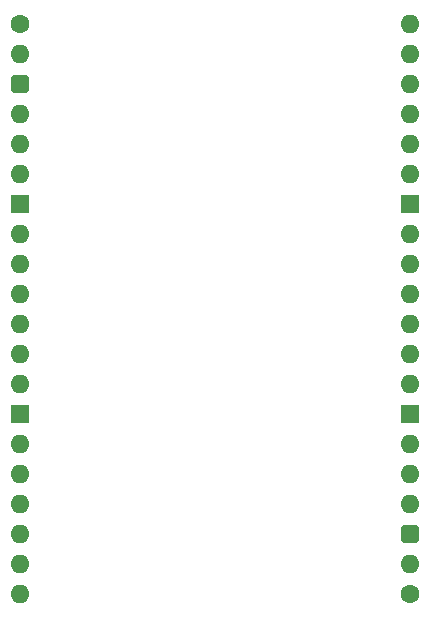
<source format=gbs>
%TF.GenerationSoftware,KiCad,Pcbnew,8.0.3*%
%TF.CreationDate,2024-07-05T17:09:06+02:00*%
%TF.ProjectId,SD Card Full Socket,53442043-6172-4642-9046-756c6c20536f,V1*%
%TF.SameCoordinates,PX6d01460PY32de760*%
%TF.FileFunction,Soldermask,Bot*%
%TF.FilePolarity,Negative*%
%FSLAX46Y46*%
G04 Gerber Fmt 4.6, Leading zero omitted, Abs format (unit mm)*
G04 Created by KiCad (PCBNEW 8.0.3) date 2024-07-05 17:09:06*
%MOMM*%
%LPD*%
G01*
G04 APERTURE LIST*
G04 Aperture macros list*
%AMRoundRect*
0 Rectangle with rounded corners*
0 $1 Rounding radius*
0 $2 $3 $4 $5 $6 $7 $8 $9 X,Y pos of 4 corners*
0 Add a 4 corners polygon primitive as box body*
4,1,4,$2,$3,$4,$5,$6,$7,$8,$9,$2,$3,0*
0 Add four circle primitives for the rounded corners*
1,1,$1+$1,$2,$3*
1,1,$1+$1,$4,$5*
1,1,$1+$1,$6,$7*
1,1,$1+$1,$8,$9*
0 Add four rect primitives between the rounded corners*
20,1,$1+$1,$2,$3,$4,$5,0*
20,1,$1+$1,$4,$5,$6,$7,0*
20,1,$1+$1,$6,$7,$8,$9,0*
20,1,$1+$1,$8,$9,$2,$3,0*%
G04 Aperture macros list end*
%ADD10C,1.600000*%
%ADD11O,1.600000X1.600000*%
%ADD12RoundRect,0.400000X0.400000X0.400000X-0.400000X0.400000X-0.400000X-0.400000X0.400000X-0.400000X0*%
%ADD13R,1.600000X1.600000*%
%ADD14RoundRect,0.400000X-0.400000X-0.400000X0.400000X-0.400000X0.400000X0.400000X-0.400000X0.400000X0*%
G04 APERTURE END LIST*
D10*
%TO.C,J6*%
X33020000Y-48260000D03*
D11*
X33020000Y-45720000D03*
D12*
X33020000Y-43180001D03*
D11*
X33020000Y-40640000D03*
X33020000Y-38100000D03*
X33020000Y-35560000D03*
D13*
X33020000Y-33020000D03*
D11*
X33020000Y-30479999D03*
X33020000Y-27940000D03*
X33020000Y-25400000D03*
X33020000Y-22860000D03*
X33020000Y-20320001D03*
X33020000Y-17780000D03*
D13*
X33020000Y-15240000D03*
D11*
X33020000Y-12700000D03*
X33020000Y-10160001D03*
X33020000Y-7619999D03*
X33020000Y-5080000D03*
X33020000Y-2540000D03*
X33020000Y0D03*
%TD*%
D10*
%TO.C,J5*%
X0Y0D03*
D11*
X0Y-2540000D03*
D14*
X0Y-5080000D03*
D11*
X0Y-7620000D03*
X0Y-10160000D03*
X0Y-12700000D03*
D13*
X0Y-15240000D03*
D11*
X0Y-17780000D03*
X0Y-20320000D03*
X0Y-22860000D03*
X0Y-25400000D03*
X0Y-27940000D03*
X0Y-30480000D03*
D13*
X0Y-33020000D03*
D11*
X0Y-35560000D03*
X0Y-38100000D03*
X0Y-40640000D03*
X0Y-43180000D03*
X0Y-45720000D03*
X0Y-48260000D03*
%TD*%
M02*

</source>
